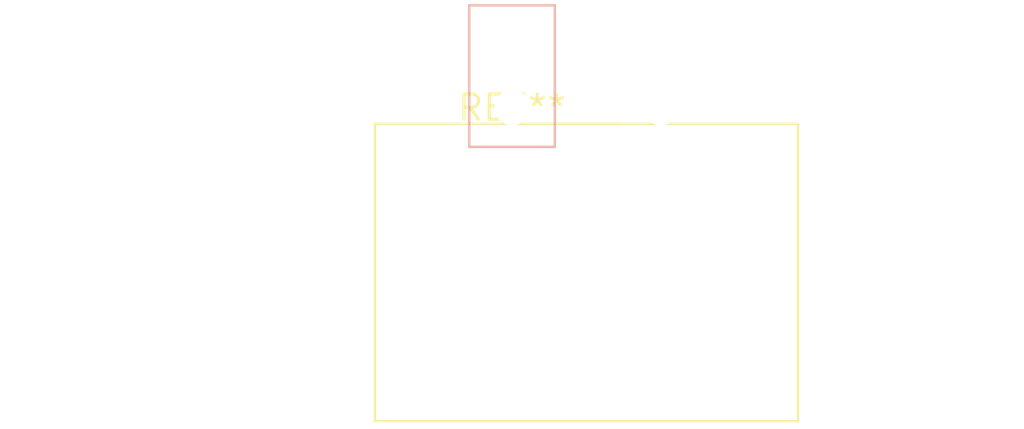
<source format=kicad_pcb>
(kicad_pcb (version 20240108) (generator pcbnew)
  (layers (0 "F.Cu" signal) (31 "B.Cu" signal) (34 "B.Paste" user) (35 "F.Paste" user) (36 "B.SilkS" user "B.Silkscreen") (37 "F.SilkS" user "F.Silkscreen") (38 "B.Mask" user) (39 "F.Mask" user) (44 "Edge.Cuts" user))
  (net 0 "")
  (footprint "Molex_Sabre_46007-1102_1x02_P7.49mm_Horizontal" (layer "F.Cu") (at 0 0)
    (property "Reference" "REF**")
    (property "Value" "Molex_Sabre_46007-1102_1x02_P7.49mm_Horizontal")
    (fp_line (start -2.15 -5.155) (end -2.15 1.975) (layer "B.SilkS") (stroke (width 0.12)))
    (fp_line (start -2.15 1.975) (end 2.15 1.975) (layer "B.SilkS") (stroke (width 0.12)))
    (fp_line (start 2.15 -5.155) (end -2.15 -5.155) (layer "B.SilkS") (stroke (width 0.12)))
    (fp_line (start 2.15 1.975) (end 2.15 -5.155) (layer "B.SilkS") (stroke (width 0.12)))
    (fp_line (start -6.9 0.815) (end -6.9 15.795) (layer "F.SilkS") (stroke (width 0.12)))
    (fp_line (start -6.9 15.795) (end 14.39 15.795) (layer "F.SilkS") (stroke (width 0.12)))
    (fp_line (start -2.15 0.815) (end -2.15 -4.895) (layer "F.SilkS") (stroke (width 0.12)))
    (fp_line (start 2.15 0.815) (end 5.34 0.815) (layer "F.SilkS") (stroke (width 0.12)))
    (fp_line (start 14.39 0.815) (end -6.9 0.815) (layer "F.SilkS") (stroke (width 0.12)))
    (fp_line (start 14.39 15.795) (end 14.39 0.815) (layer "F.SilkS") (stroke (width 0.12)))
    (pad "1" thru_hole rect (at 0 -3.18) (size 3.78 3.43) (drill 1.78) (layers *.Cu *.Mask) (remove_unused_layers))
    (pad "1" thru_hole rect (at 0 0) (size 3.78 3.43) (drill 1.78) (layers *.Cu *.Mask) (remove_unused_layers))
    (pad "2" thru_hole rect (at 7.49 -3.18) (size 3.78 3.43) (drill 1.78) (layers *.Cu *.Mask) (remove_unused_layers))
    (pad "2" thru_hole rect (at 7.49 0) (size 3.78 3.43) (drill 1.78) (layers *.Cu *.Mask) (remove_unused_layers))
  )
)
</source>
